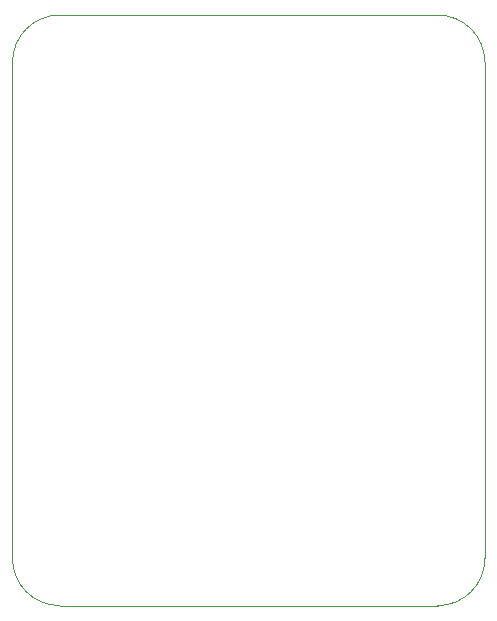
<source format=gm1>
%TF.GenerationSoftware,KiCad,Pcbnew,7.0.2*%
%TF.CreationDate,2023-11-21T14:16:57-06:00*%
%TF.ProjectId,BPS-PeripheralSOM,4250532d-5065-4726-9970-686572616c53,rev?*%
%TF.SameCoordinates,Original*%
%TF.FileFunction,Profile,NP*%
%FSLAX46Y46*%
G04 Gerber Fmt 4.6, Leading zero omitted, Abs format (unit mm)*
G04 Created by KiCad (PCBNEW 7.0.2) date 2023-11-21 14:16:57*
%MOMM*%
%LPD*%
G01*
G04 APERTURE LIST*
%TA.AperFunction,Profile*%
%ADD10C,0.100000*%
%TD*%
G04 APERTURE END LIST*
D10*
X140000000Y-44000000D02*
G75*
G03*
X136000000Y-40000000I-4000000J0D01*
G01*
X136000000Y-90000000D02*
X104000000Y-90000000D01*
X136000000Y-90000000D02*
G75*
G03*
X140000000Y-86000000I0J4000000D01*
G01*
X104000000Y-40000000D02*
G75*
G03*
X100000000Y-44000000I0J-4000000D01*
G01*
X104000000Y-40000000D02*
X136000000Y-40000000D01*
X100000000Y-86000000D02*
X100000000Y-44000000D01*
X100000000Y-86000000D02*
G75*
G03*
X104000000Y-90000000I4000000J0D01*
G01*
X140000000Y-44000000D02*
X140000000Y-86000000D01*
M02*

</source>
